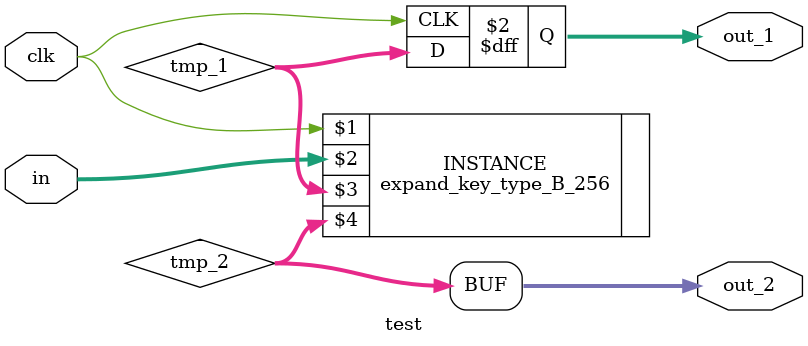
<source format=v>
`include "aes_256.v"

module test(clk, in, out_1, out_2);

input              clk;
input      [255:0] in;
output reg [255:0] out_1;
output reg [127:0] out_2;

wire [255:0] tmp_1;
wire [127:0] tmp_2;

expand_key_type_B_256 INSTANCE(clk, in, tmp_1, tmp_2);

always @ (posedge clk)
	out_1 <= tmp_1;

assign out_2 = tmp_2;

endmodule

</source>
